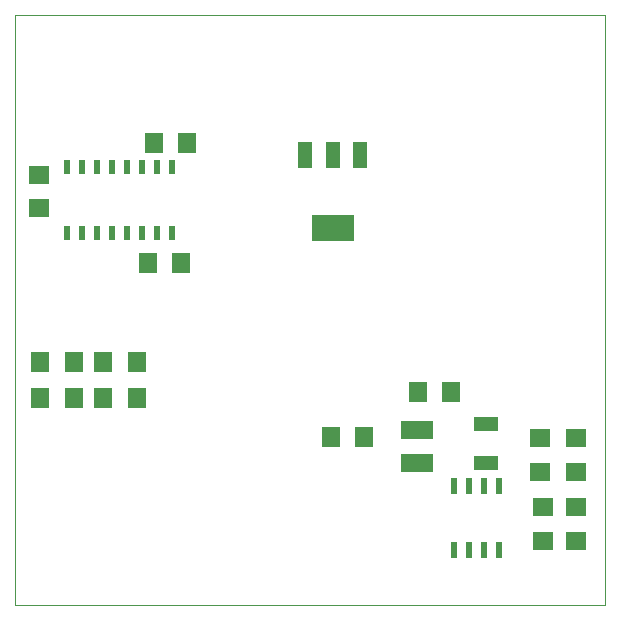
<source format=gbp>
G75*
%MOIN*%
%OFA0B0*%
%FSLAX25Y25*%
%IPPOS*%
%LPD*%
%AMOC8*
5,1,8,0,0,1.08239X$1,22.5*
%
%ADD10C,0.00000*%
%ADD11R,0.10630X0.06299*%
%ADD12R,0.02362X0.05512*%
%ADD13R,0.08000X0.05000*%
%ADD14R,0.07098X0.06299*%
%ADD15R,0.04800X0.08800*%
%ADD16R,0.14173X0.08661*%
%ADD17R,0.06299X0.07087*%
%ADD18R,0.06299X0.07098*%
%ADD19R,0.02362X0.04724*%
%ADD20R,0.07087X0.06299*%
D10*
X0002550Y0001000D02*
X0002550Y0197850D01*
X0199400Y0197850D01*
X0199400Y0001000D01*
X0002550Y0001000D01*
D11*
X0136550Y0048488D03*
X0136550Y0059512D03*
D12*
X0149050Y0040630D03*
X0154050Y0040630D03*
X0159050Y0040630D03*
X0164050Y0040630D03*
X0164050Y0019370D03*
X0159050Y0019370D03*
X0154050Y0019370D03*
X0149050Y0019370D03*
D13*
X0159550Y0048500D03*
X0159550Y0061500D03*
D14*
X0177550Y0056598D03*
X0177550Y0045402D03*
X0178550Y0033598D03*
X0189550Y0033598D03*
X0189550Y0045402D03*
X0189550Y0056598D03*
X0189550Y0022402D03*
X0178550Y0022402D03*
D15*
X0117650Y0151200D03*
X0108550Y0151200D03*
X0099450Y0151200D03*
D16*
X0108550Y0126799D03*
D17*
X0060062Y0155000D03*
X0049038Y0155000D03*
X0047038Y0115000D03*
X0058062Y0115000D03*
X0108038Y0057000D03*
X0119062Y0057000D03*
X0137038Y0072000D03*
X0148062Y0072000D03*
D18*
X0043148Y0070000D03*
X0031952Y0070000D03*
X0022148Y0070000D03*
X0010952Y0070000D03*
X0010952Y0082000D03*
X0022148Y0082000D03*
X0031952Y0082000D03*
X0043148Y0082000D03*
D19*
X0045050Y0124976D03*
X0040050Y0124976D03*
X0035050Y0124976D03*
X0030050Y0124976D03*
X0025050Y0124976D03*
X0020050Y0124976D03*
X0020050Y0147024D03*
X0025050Y0147024D03*
X0030050Y0147024D03*
X0035050Y0147024D03*
X0040050Y0147024D03*
X0045050Y0147024D03*
X0050050Y0147024D03*
X0055050Y0147024D03*
X0055050Y0124976D03*
X0050050Y0124976D03*
D20*
X0010550Y0133488D03*
X0010550Y0144512D03*
M02*

</source>
